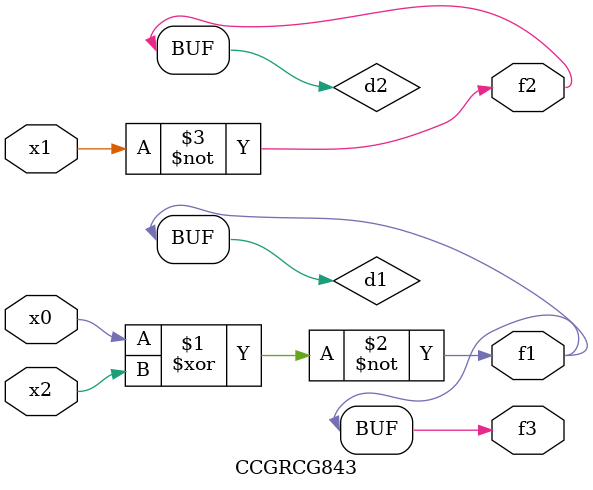
<source format=v>
module CCGRCG843(
	input x0, x1, x2,
	output f1, f2, f3
);

	wire d1, d2, d3;

	xnor (d1, x0, x2);
	nand (d2, x1);
	nor (d3, x1, x2);
	assign f1 = d1;
	assign f2 = d2;
	assign f3 = d1;
endmodule

</source>
